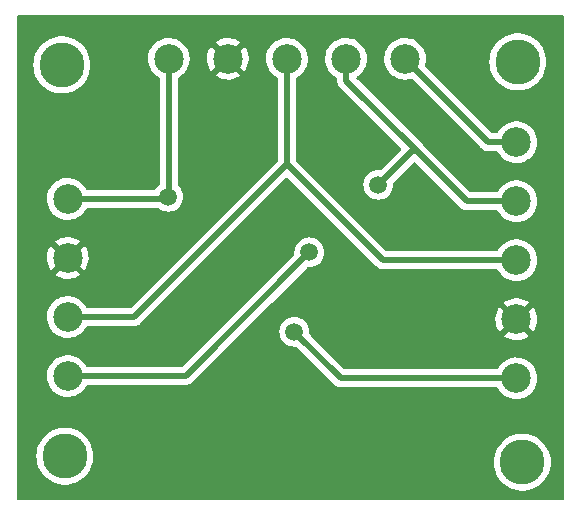
<source format=gbr>
%TF.GenerationSoftware,KiCad,Pcbnew,6.0.2+dfsg-1*%
%TF.CreationDate,2023-04-17T16:54:49+02:00*%
%TF.ProjectId,vl53l0x_conn_PCB,766c3533-6c30-4785-9f63-6f6e6e5f5043,rev?*%
%TF.SameCoordinates,Original*%
%TF.FileFunction,Copper,L2,Bot*%
%TF.FilePolarity,Positive*%
%FSLAX46Y46*%
G04 Gerber Fmt 4.6, Leading zero omitted, Abs format (unit mm)*
G04 Created by KiCad (PCBNEW 6.0.2+dfsg-1) date 2023-04-17 16:54:49*
%MOMM*%
%LPD*%
G01*
G04 APERTURE LIST*
%TA.AperFunction,ComponentPad*%
%ADD10C,2.500000*%
%TD*%
%TA.AperFunction,ComponentPad*%
%ADD11C,3.800000*%
%TD*%
%TA.AperFunction,ViaPad*%
%ADD12C,1.500000*%
%TD*%
%TA.AperFunction,Conductor*%
%ADD13C,0.500000*%
%TD*%
G04 APERTURE END LIST*
D10*
%TO.P,J1,1,Pin_1*%
%TO.N,/XSHUT*%
X68961000Y-31943000D03*
%TO.P,J1,2,Pin_2*%
%TO.N,/SDA*%
X68961000Y-36943000D03*
%TO.P,J1,3,Pin_3*%
%TO.N,/SCL*%
X68961000Y-41943000D03*
%TO.P,J1,4,Pin_4*%
%TO.N,/GND*%
X68961000Y-46943000D03*
%TO.P,J1,5,Pin_5*%
%TO.N,/VCC*%
X68961000Y-51943000D03*
%TD*%
D11*
%TO.P,H3,3*%
%TO.N,N/C*%
X30734000Y-58547000D03*
%TD*%
D10*
%TO.P,J3,1,Pin_1*%
%TO.N,/VCC*%
X30988000Y-36751000D03*
%TO.P,J3,2,Pin_2*%
%TO.N,/GND*%
X30988000Y-41751000D03*
%TO.P,J3,3,Pin_3*%
%TO.N,/SCL*%
X30988000Y-46751000D03*
%TO.P,J3,4,Pin_4*%
%TO.N,/SDA*%
X30988000Y-51751000D03*
%TD*%
D11*
%TO.P,H4,2*%
%TO.N,N/C*%
X69088000Y-25146000D03*
%TD*%
%TO.P,H1,1*%
%TO.N,N/C*%
X30480000Y-25400000D03*
%TD*%
%TO.P,H2,4*%
%TO.N,N/C*%
X69469000Y-59055000D03*
%TD*%
D10*
%TO.P,J2,1,Pin_1*%
%TO.N,/VCC*%
X39545000Y-24892000D03*
%TO.P,J2,2,Pin_2*%
%TO.N,/GND*%
X44545000Y-24892000D03*
%TO.P,J2,3,Pin_3*%
%TO.N,/SCL*%
X49545000Y-24892000D03*
%TO.P,J2,4,Pin_4*%
%TO.N,/SDA*%
X54545000Y-24892000D03*
%TO.P,J2,5,Pin_5*%
%TO.N,/XSHUT*%
X59545000Y-24892000D03*
%TD*%
D12*
%TO.N,/VCC*%
X39497000Y-36576000D03*
X50165000Y-48006000D03*
%TO.N,/SDA*%
X57277000Y-35560000D03*
X51435000Y-41275000D03*
%TD*%
D13*
%TO.N,/VCC*%
X39497000Y-36576000D02*
X39322000Y-36751000D01*
X39322000Y-36751000D02*
X30988000Y-36751000D01*
X39497000Y-36576000D02*
X39545000Y-36528000D01*
X39545000Y-36528000D02*
X39545000Y-24892000D01*
X54102000Y-51943000D02*
X50165000Y-48006000D01*
X68961000Y-51943000D02*
X54102000Y-51943000D01*
%TO.N,/XSHUT*%
X66596000Y-31943000D02*
X59545000Y-24892000D01*
X68961000Y-31943000D02*
X66596000Y-31943000D01*
%TO.N,/SDA*%
X57277000Y-35560000D02*
X60134500Y-32702500D01*
X60134500Y-32702500D02*
X60515500Y-32702500D01*
X54545000Y-26732000D02*
X60515500Y-32702500D01*
X40959000Y-51751000D02*
X51435000Y-41275000D01*
X30988000Y-51751000D02*
X40959000Y-51751000D01*
X64756000Y-36943000D02*
X68961000Y-36943000D01*
X60515500Y-32702500D02*
X64756000Y-36943000D01*
X54545000Y-24892000D02*
X54545000Y-26732000D01*
%TO.N,/SCL*%
X68961000Y-41943000D02*
X57691000Y-41943000D01*
X49545000Y-33797000D02*
X36591000Y-46751000D01*
X57691000Y-41943000D02*
X57531000Y-41783000D01*
X49545000Y-33797000D02*
X49545000Y-24892000D01*
X36591000Y-46751000D02*
X30988000Y-46751000D01*
X57531000Y-41783000D02*
X49545000Y-33797000D01*
%TD*%
%TA.AperFunction,Conductor*%
%TO.N,/GND*%
G36*
X72967121Y-21229002D02*
G01*
X73013614Y-21282658D01*
X73025000Y-21335000D01*
X73025000Y-62104000D01*
X73004998Y-62172121D01*
X72951342Y-62218614D01*
X72899000Y-62230000D01*
X26796000Y-62230000D01*
X26727879Y-62209998D01*
X26681386Y-62156342D01*
X26670000Y-62104000D01*
X26670000Y-58547000D01*
X28320738Y-58547000D01*
X28339767Y-58849462D01*
X28396555Y-59147154D01*
X28490206Y-59435381D01*
X28619242Y-59709598D01*
X28781630Y-59965480D01*
X28974808Y-60198992D01*
X29195729Y-60406450D01*
X29440910Y-60584584D01*
X29706483Y-60730585D01*
X29710152Y-60732038D01*
X29710157Y-60732040D01*
X29984591Y-60840696D01*
X29988261Y-60842149D01*
X30281800Y-60917516D01*
X30582470Y-60955500D01*
X30885530Y-60955500D01*
X31186200Y-60917516D01*
X31479739Y-60842149D01*
X31483409Y-60840696D01*
X31757843Y-60732040D01*
X31757848Y-60732038D01*
X31761517Y-60730585D01*
X32027090Y-60584584D01*
X32272271Y-60406450D01*
X32493192Y-60198992D01*
X32686370Y-59965480D01*
X32848758Y-59709598D01*
X32977794Y-59435381D01*
X33071445Y-59147154D01*
X33089024Y-59055000D01*
X67055738Y-59055000D01*
X67074767Y-59357462D01*
X67131555Y-59655154D01*
X67225206Y-59943381D01*
X67226893Y-59946967D01*
X67226895Y-59946971D01*
X67279864Y-60059536D01*
X67354242Y-60217598D01*
X67516630Y-60473480D01*
X67709808Y-60706992D01*
X67930729Y-60914450D01*
X68175910Y-61092584D01*
X68441483Y-61238585D01*
X68445152Y-61240038D01*
X68445157Y-61240040D01*
X68719591Y-61348696D01*
X68723261Y-61350149D01*
X69016800Y-61425516D01*
X69317470Y-61463500D01*
X69620530Y-61463500D01*
X69921200Y-61425516D01*
X70214739Y-61350149D01*
X70218409Y-61348696D01*
X70492843Y-61240040D01*
X70492848Y-61240038D01*
X70496517Y-61238585D01*
X70762090Y-61092584D01*
X71007271Y-60914450D01*
X71228192Y-60706992D01*
X71421370Y-60473480D01*
X71583758Y-60217598D01*
X71658136Y-60059536D01*
X71711105Y-59946971D01*
X71711107Y-59946967D01*
X71712794Y-59943381D01*
X71806445Y-59655154D01*
X71863233Y-59357462D01*
X71882262Y-59055000D01*
X71863233Y-58752538D01*
X71806445Y-58454846D01*
X71712794Y-58166619D01*
X71583758Y-57892402D01*
X71421370Y-57636520D01*
X71228192Y-57403008D01*
X71007271Y-57195550D01*
X70762090Y-57017416D01*
X70496517Y-56871415D01*
X70492848Y-56869962D01*
X70492843Y-56869960D01*
X70218409Y-56761304D01*
X70218408Y-56761304D01*
X70214739Y-56759851D01*
X69921200Y-56684484D01*
X69620530Y-56646500D01*
X69317470Y-56646500D01*
X69016800Y-56684484D01*
X68723261Y-56759851D01*
X68719592Y-56761304D01*
X68719591Y-56761304D01*
X68445157Y-56869960D01*
X68445152Y-56869962D01*
X68441483Y-56871415D01*
X68175910Y-57017416D01*
X67930729Y-57195550D01*
X67709808Y-57403008D01*
X67516630Y-57636520D01*
X67354242Y-57892402D01*
X67225206Y-58166619D01*
X67131555Y-58454846D01*
X67074767Y-58752538D01*
X67055738Y-59055000D01*
X33089024Y-59055000D01*
X33128233Y-58849462D01*
X33147262Y-58547000D01*
X33128233Y-58244538D01*
X33071445Y-57946846D01*
X32977794Y-57658619D01*
X32965961Y-57633471D01*
X32857513Y-57403008D01*
X32848758Y-57384402D01*
X32686370Y-57128520D01*
X32493192Y-56895008D01*
X32272271Y-56687550D01*
X32027090Y-56509416D01*
X31761517Y-56363415D01*
X31757848Y-56361962D01*
X31757843Y-56361960D01*
X31483409Y-56253304D01*
X31483408Y-56253304D01*
X31479739Y-56251851D01*
X31186200Y-56176484D01*
X30885530Y-56138500D01*
X30582470Y-56138500D01*
X30281800Y-56176484D01*
X29988261Y-56251851D01*
X29984592Y-56253304D01*
X29984591Y-56253304D01*
X29710157Y-56361960D01*
X29710152Y-56361962D01*
X29706483Y-56363415D01*
X29440910Y-56509416D01*
X29195729Y-56687550D01*
X28974808Y-56895008D01*
X28781630Y-57128520D01*
X28619242Y-57384402D01*
X28610487Y-57403008D01*
X28502040Y-57633471D01*
X28490206Y-57658619D01*
X28396555Y-57946846D01*
X28339767Y-58244538D01*
X28320738Y-58547000D01*
X26670000Y-58547000D01*
X26670000Y-51704839D01*
X29225173Y-51704839D01*
X29237713Y-51965908D01*
X29288704Y-52222256D01*
X29377026Y-52468252D01*
X29397189Y-52505778D01*
X29484151Y-52667622D01*
X29500737Y-52698491D01*
X29503532Y-52702234D01*
X29503534Y-52702237D01*
X29654330Y-52904177D01*
X29654335Y-52904183D01*
X29657122Y-52907915D01*
X29660431Y-52911195D01*
X29660436Y-52911201D01*
X29839426Y-53088635D01*
X29842743Y-53091923D01*
X29846505Y-53094681D01*
X29846508Y-53094684D01*
X29986400Y-53197257D01*
X30053524Y-53246474D01*
X30057667Y-53248654D01*
X30057669Y-53248655D01*
X30280684Y-53365989D01*
X30280689Y-53365991D01*
X30284834Y-53368172D01*
X30531590Y-53454344D01*
X30536183Y-53455216D01*
X30783785Y-53502224D01*
X30783788Y-53502224D01*
X30788374Y-53503095D01*
X30918958Y-53508226D01*
X31044875Y-53513174D01*
X31044881Y-53513174D01*
X31049543Y-53513357D01*
X31128977Y-53504657D01*
X31304707Y-53485412D01*
X31304712Y-53485411D01*
X31309360Y-53484902D01*
X31422116Y-53455216D01*
X31557594Y-53419548D01*
X31557596Y-53419547D01*
X31562117Y-53418357D01*
X31802262Y-53315182D01*
X32024519Y-53177646D01*
X32028082Y-53174629D01*
X32028087Y-53174626D01*
X32220439Y-53011787D01*
X32220440Y-53011786D01*
X32224005Y-53008768D01*
X32324446Y-52894237D01*
X32393257Y-52815774D01*
X32393261Y-52815769D01*
X32396339Y-52812259D01*
X32414235Y-52784437D01*
X32535208Y-52596363D01*
X32535210Y-52596360D01*
X32537733Y-52592437D01*
X32541646Y-52583751D01*
X32587859Y-52529856D01*
X32656528Y-52509500D01*
X40891930Y-52509500D01*
X40910880Y-52510933D01*
X40925115Y-52513099D01*
X40925119Y-52513099D01*
X40932349Y-52514199D01*
X40939641Y-52513606D01*
X40939644Y-52513606D01*
X40985018Y-52509915D01*
X40995233Y-52509500D01*
X41003293Y-52509500D01*
X41016583Y-52507951D01*
X41031507Y-52506211D01*
X41035882Y-52505778D01*
X41101339Y-52500454D01*
X41101342Y-52500453D01*
X41108637Y-52499860D01*
X41115601Y-52497604D01*
X41121560Y-52496413D01*
X41127415Y-52495029D01*
X41134681Y-52494182D01*
X41203327Y-52469265D01*
X41207455Y-52467848D01*
X41269936Y-52447607D01*
X41269938Y-52447606D01*
X41276899Y-52445351D01*
X41283154Y-52441555D01*
X41288628Y-52439049D01*
X41294058Y-52436330D01*
X41300937Y-52433833D01*
X41361976Y-52393814D01*
X41365680Y-52391477D01*
X41428107Y-52353595D01*
X41436484Y-52346197D01*
X41436508Y-52346224D01*
X41439500Y-52343571D01*
X41442733Y-52340868D01*
X41448852Y-52336856D01*
X41502128Y-52280617D01*
X41504506Y-52278175D01*
X45776681Y-48006000D01*
X48901693Y-48006000D01*
X48920885Y-48225371D01*
X48977880Y-48438076D01*
X49010758Y-48508583D01*
X49068618Y-48632666D01*
X49068621Y-48632671D01*
X49070944Y-48637653D01*
X49074100Y-48642160D01*
X49074101Y-48642162D01*
X49117644Y-48704347D01*
X49197251Y-48818038D01*
X49352962Y-48973749D01*
X49533346Y-49100056D01*
X49732924Y-49193120D01*
X49945629Y-49250115D01*
X50165000Y-49269307D01*
X50170475Y-49268828D01*
X50170476Y-49268828D01*
X50281761Y-49259092D01*
X50351365Y-49273081D01*
X50381837Y-49295518D01*
X53518230Y-52431911D01*
X53530616Y-52446323D01*
X53539149Y-52457918D01*
X53539154Y-52457923D01*
X53543492Y-52463818D01*
X53549070Y-52468557D01*
X53549073Y-52468560D01*
X53583768Y-52498035D01*
X53591284Y-52504965D01*
X53596980Y-52510661D01*
X53599841Y-52512924D01*
X53599846Y-52512929D01*
X53619266Y-52528293D01*
X53622667Y-52531082D01*
X53678285Y-52578333D01*
X53684798Y-52581659D01*
X53689837Y-52585020D01*
X53694979Y-52588196D01*
X53700716Y-52592734D01*
X53766875Y-52623655D01*
X53770769Y-52625558D01*
X53835808Y-52658769D01*
X53842917Y-52660508D01*
X53848551Y-52662604D01*
X53854321Y-52664523D01*
X53860950Y-52667622D01*
X53868113Y-52669112D01*
X53868116Y-52669113D01*
X53918830Y-52679661D01*
X53932435Y-52682491D01*
X53936701Y-52683457D01*
X54007610Y-52700808D01*
X54013212Y-52701156D01*
X54013215Y-52701156D01*
X54018764Y-52701500D01*
X54018762Y-52701535D01*
X54022734Y-52701775D01*
X54026955Y-52702152D01*
X54034115Y-52703641D01*
X54111542Y-52701546D01*
X54114950Y-52701500D01*
X67296854Y-52701500D01*
X67364975Y-52721502D01*
X67407846Y-52767862D01*
X67473737Y-52890491D01*
X67476532Y-52894234D01*
X67476534Y-52894237D01*
X67627330Y-53096177D01*
X67627335Y-53096183D01*
X67630122Y-53099915D01*
X67633431Y-53103195D01*
X67633436Y-53103201D01*
X67780166Y-53248655D01*
X67815743Y-53283923D01*
X67819505Y-53286681D01*
X67819508Y-53286684D01*
X67996570Y-53416511D01*
X68026524Y-53438474D01*
X68030667Y-53440654D01*
X68030669Y-53440655D01*
X68253684Y-53557989D01*
X68253689Y-53557991D01*
X68257834Y-53560172D01*
X68504590Y-53646344D01*
X68509183Y-53647216D01*
X68756785Y-53694224D01*
X68756788Y-53694224D01*
X68761374Y-53695095D01*
X68891958Y-53700226D01*
X69017875Y-53705174D01*
X69017881Y-53705174D01*
X69022543Y-53705357D01*
X69101977Y-53696657D01*
X69277707Y-53677412D01*
X69277712Y-53677411D01*
X69282360Y-53676902D01*
X69395116Y-53647216D01*
X69530594Y-53611548D01*
X69530596Y-53611547D01*
X69535117Y-53610357D01*
X69775262Y-53507182D01*
X69918803Y-53418357D01*
X69993547Y-53372104D01*
X69993548Y-53372104D01*
X69997519Y-53369646D01*
X70001082Y-53366629D01*
X70001087Y-53366626D01*
X70193439Y-53203787D01*
X70193440Y-53203786D01*
X70197005Y-53200768D01*
X70288729Y-53096177D01*
X70366257Y-53007774D01*
X70366261Y-53007769D01*
X70369339Y-53004259D01*
X70510733Y-52784437D01*
X70618083Y-52546129D01*
X70622327Y-52531082D01*
X70687760Y-52299076D01*
X70687761Y-52299073D01*
X70689030Y-52294572D01*
X70722014Y-52035291D01*
X70724431Y-51943000D01*
X70707080Y-51709511D01*
X70705407Y-51687000D01*
X70705406Y-51686996D01*
X70705061Y-51682348D01*
X70647377Y-51427423D01*
X70552647Y-51183823D01*
X70422951Y-50956902D01*
X70261138Y-50751643D01*
X70070763Y-50572557D01*
X69856009Y-50423576D01*
X69851816Y-50421508D01*
X69625781Y-50310040D01*
X69625778Y-50310039D01*
X69621593Y-50307975D01*
X69575449Y-50293204D01*
X69377123Y-50229720D01*
X69372665Y-50228293D01*
X69114693Y-50186279D01*
X69000942Y-50184790D01*
X68858022Y-50182919D01*
X68858019Y-50182919D01*
X68853345Y-50182858D01*
X68594362Y-50218104D01*
X68589876Y-50219412D01*
X68589874Y-50219412D01*
X68538998Y-50234241D01*
X68343433Y-50291243D01*
X68339180Y-50293203D01*
X68339179Y-50293204D01*
X68302659Y-50310040D01*
X68106072Y-50400668D01*
X68067067Y-50426241D01*
X67891404Y-50541410D01*
X67891399Y-50541414D01*
X67887491Y-50543976D01*
X67692494Y-50718018D01*
X67525363Y-50918970D01*
X67492882Y-50972498D01*
X67401030Y-51123865D01*
X67348591Y-51171726D01*
X67293311Y-51184500D01*
X54468371Y-51184500D01*
X54400250Y-51164498D01*
X54379276Y-51147595D01*
X51583814Y-48352133D01*
X67916612Y-48352133D01*
X67925325Y-48363653D01*
X68023018Y-48435284D01*
X68030928Y-48440227D01*
X68253890Y-48557533D01*
X68262453Y-48561256D01*
X68500304Y-48644318D01*
X68509313Y-48646732D01*
X68756842Y-48693727D01*
X68766098Y-48694781D01*
X69017857Y-48704673D01*
X69027171Y-48704347D01*
X69277615Y-48676920D01*
X69286792Y-48675219D01*
X69530431Y-48611074D01*
X69539251Y-48608037D01*
X69770736Y-48508583D01*
X69779008Y-48504276D01*
X69993249Y-48371700D01*
X70000188Y-48366658D01*
X70008518Y-48354019D01*
X70002456Y-48343666D01*
X68973812Y-47315022D01*
X68959868Y-47307408D01*
X68958035Y-47307539D01*
X68951420Y-47311790D01*
X67923270Y-48339940D01*
X67916612Y-48352133D01*
X51583814Y-48352133D01*
X51454518Y-48222837D01*
X51420492Y-48160525D01*
X51418092Y-48122761D01*
X51427828Y-48011476D01*
X51427828Y-48011475D01*
X51428307Y-48006000D01*
X51409115Y-47786629D01*
X51352120Y-47573924D01*
X51302972Y-47468526D01*
X51261382Y-47379334D01*
X51261379Y-47379329D01*
X51259056Y-47374347D01*
X51246563Y-47356505D01*
X51135908Y-47198473D01*
X51135906Y-47198470D01*
X51132749Y-47193962D01*
X50977038Y-47038251D01*
X50796654Y-46911944D01*
X50774306Y-46901523D01*
X67198898Y-46901523D01*
X67210987Y-47153175D01*
X67212124Y-47162435D01*
X67261274Y-47409535D01*
X67263768Y-47418528D01*
X67348900Y-47655639D01*
X67352700Y-47664174D01*
X67471946Y-47886101D01*
X67476957Y-47893968D01*
X67540446Y-47978990D01*
X67551704Y-47987439D01*
X67564123Y-47980667D01*
X68588978Y-46955812D01*
X68595356Y-46944132D01*
X69325408Y-46944132D01*
X69325539Y-46945965D01*
X69329790Y-46952580D01*
X70360913Y-47983703D01*
X70373293Y-47990463D01*
X70381634Y-47984219D01*
X70507765Y-47788127D01*
X70512212Y-47779936D01*
X70615691Y-47550222D01*
X70618882Y-47541455D01*
X70687269Y-47298976D01*
X70689129Y-47289834D01*
X70721116Y-47038396D01*
X70721597Y-47032108D01*
X70723847Y-46946160D01*
X70723696Y-46939851D01*
X70704912Y-46687074D01*
X70703536Y-46677868D01*
X70647929Y-46432126D01*
X70645205Y-46423215D01*
X70553888Y-46188392D01*
X70549877Y-46179983D01*
X70424854Y-45961240D01*
X70419643Y-45953514D01*
X70382391Y-45906261D01*
X70370466Y-45897790D01*
X70358934Y-45904276D01*
X69333022Y-46930188D01*
X69325408Y-46944132D01*
X68595356Y-46944132D01*
X68596592Y-46941868D01*
X68596461Y-46940035D01*
X68592210Y-46933420D01*
X67562321Y-45903531D01*
X67549013Y-45896264D01*
X67538974Y-45903386D01*
X67528761Y-45915666D01*
X67523346Y-45923258D01*
X67392646Y-46138646D01*
X67388408Y-46146963D01*
X67290981Y-46379299D01*
X67288020Y-46388149D01*
X67226006Y-46632331D01*
X67224384Y-46641528D01*
X67199143Y-46892198D01*
X67198898Y-46901523D01*
X50774306Y-46901523D01*
X50597076Y-46818880D01*
X50384371Y-46761885D01*
X50165000Y-46742693D01*
X49945629Y-46761885D01*
X49732924Y-46818880D01*
X49639562Y-46862415D01*
X49538334Y-46909618D01*
X49538329Y-46909621D01*
X49533347Y-46911944D01*
X49528840Y-46915100D01*
X49528838Y-46915101D01*
X49357473Y-47035092D01*
X49357470Y-47035094D01*
X49352962Y-47038251D01*
X49197251Y-47193962D01*
X49194094Y-47198470D01*
X49194092Y-47198473D01*
X49083437Y-47356505D01*
X49070944Y-47374347D01*
X49068621Y-47379329D01*
X49068618Y-47379334D01*
X49027028Y-47468526D01*
X48977880Y-47573924D01*
X48920885Y-47786629D01*
X48901693Y-48006000D01*
X45776681Y-48006000D01*
X48250878Y-45531803D01*
X67914216Y-45531803D01*
X67918789Y-45541579D01*
X68948188Y-46570978D01*
X68962132Y-46578592D01*
X68963965Y-46578461D01*
X68970580Y-46574210D01*
X69999419Y-45545371D01*
X70005803Y-45533681D01*
X69996391Y-45521570D01*
X69859593Y-45426670D01*
X69851565Y-45421942D01*
X69625593Y-45310505D01*
X69616960Y-45307017D01*
X69376998Y-45230205D01*
X69367938Y-45228029D01*
X69119260Y-45187529D01*
X69109973Y-45186717D01*
X68858053Y-45183419D01*
X68848742Y-45183989D01*
X68599097Y-45217964D01*
X68589978Y-45219902D01*
X68348098Y-45290404D01*
X68339367Y-45293667D01*
X68110558Y-45399151D01*
X68102406Y-45403670D01*
X67923353Y-45521062D01*
X67914216Y-45531803D01*
X48250878Y-45531803D01*
X51218163Y-42564518D01*
X51280475Y-42530492D01*
X51318239Y-42528092D01*
X51429524Y-42537828D01*
X51429525Y-42537828D01*
X51435000Y-42538307D01*
X51654371Y-42519115D01*
X51867076Y-42462120D01*
X52066654Y-42369056D01*
X52247038Y-42242749D01*
X52402749Y-42087038D01*
X52484396Y-41970435D01*
X52525899Y-41911162D01*
X52525900Y-41911160D01*
X52529056Y-41906653D01*
X52531379Y-41901671D01*
X52531382Y-41901666D01*
X52578585Y-41800438D01*
X52622120Y-41707076D01*
X52679115Y-41494371D01*
X52698307Y-41275000D01*
X52679115Y-41055629D01*
X52622120Y-40842924D01*
X52578063Y-40748443D01*
X52531382Y-40648334D01*
X52531379Y-40648329D01*
X52529056Y-40643347D01*
X52481733Y-40575763D01*
X52405908Y-40467473D01*
X52405906Y-40467470D01*
X52402749Y-40462962D01*
X52247038Y-40307251D01*
X52224177Y-40291243D01*
X52134275Y-40228293D01*
X52066654Y-40180944D01*
X51867076Y-40087880D01*
X51654371Y-40030885D01*
X51435000Y-40011693D01*
X51215629Y-40030885D01*
X51002924Y-40087880D01*
X50909562Y-40131415D01*
X50808334Y-40178618D01*
X50808329Y-40178621D01*
X50803347Y-40180944D01*
X50798840Y-40184100D01*
X50798838Y-40184101D01*
X50627473Y-40304092D01*
X50627470Y-40304094D01*
X50622962Y-40307251D01*
X50467251Y-40462962D01*
X50464094Y-40467470D01*
X50464092Y-40467473D01*
X50388267Y-40575763D01*
X50340944Y-40643347D01*
X50338621Y-40648329D01*
X50338618Y-40648334D01*
X50291937Y-40748443D01*
X50247880Y-40842924D01*
X50190885Y-41055629D01*
X50171693Y-41275000D01*
X50172172Y-41280475D01*
X50172172Y-41280476D01*
X50181908Y-41391761D01*
X50167919Y-41461365D01*
X50145482Y-41491837D01*
X40681724Y-50955595D01*
X40619412Y-50989621D01*
X40592629Y-50992500D01*
X32653147Y-50992500D01*
X32585026Y-50972498D01*
X32543754Y-50929023D01*
X32452270Y-50768960D01*
X32449951Y-50764902D01*
X32288138Y-50559643D01*
X32097763Y-50380557D01*
X31883009Y-50231576D01*
X31858343Y-50219412D01*
X31652781Y-50118040D01*
X31652778Y-50118039D01*
X31648593Y-50115975D01*
X31602449Y-50101204D01*
X31404123Y-50037720D01*
X31399665Y-50036293D01*
X31141693Y-49994279D01*
X31027942Y-49992790D01*
X30885022Y-49990919D01*
X30885019Y-49990919D01*
X30880345Y-49990858D01*
X30621362Y-50026104D01*
X30370433Y-50099243D01*
X30366180Y-50101203D01*
X30366179Y-50101204D01*
X30329659Y-50118040D01*
X30133072Y-50208668D01*
X30094067Y-50234241D01*
X29918404Y-50349410D01*
X29918399Y-50349414D01*
X29914491Y-50351976D01*
X29719494Y-50526018D01*
X29552363Y-50726970D01*
X29549934Y-50730973D01*
X29433426Y-50922973D01*
X29416771Y-50950419D01*
X29315697Y-51191455D01*
X29251359Y-51444783D01*
X29225173Y-51704839D01*
X26670000Y-51704839D01*
X26670000Y-46704839D01*
X29225173Y-46704839D01*
X29237713Y-46965908D01*
X29288704Y-47222256D01*
X29377026Y-47468252D01*
X29394329Y-47500454D01*
X29443753Y-47592437D01*
X29500737Y-47698491D01*
X29503532Y-47702234D01*
X29503534Y-47702237D01*
X29654330Y-47904177D01*
X29654335Y-47904183D01*
X29657122Y-47907915D01*
X29660431Y-47911195D01*
X29660436Y-47911201D01*
X29839426Y-48088635D01*
X29842743Y-48091923D01*
X29846505Y-48094681D01*
X29846508Y-48094684D01*
X29964624Y-48181290D01*
X30053524Y-48246474D01*
X30057667Y-48248654D01*
X30057669Y-48248655D01*
X30280684Y-48365989D01*
X30280689Y-48365991D01*
X30284834Y-48368172D01*
X30294937Y-48371700D01*
X30491166Y-48440227D01*
X30531590Y-48454344D01*
X30536183Y-48455216D01*
X30783785Y-48502224D01*
X30783788Y-48502224D01*
X30788374Y-48503095D01*
X30918958Y-48508226D01*
X31044875Y-48513174D01*
X31044881Y-48513174D01*
X31049543Y-48513357D01*
X31132460Y-48504276D01*
X31304707Y-48485412D01*
X31304712Y-48485411D01*
X31309360Y-48484902D01*
X31422116Y-48455216D01*
X31557594Y-48419548D01*
X31557596Y-48419547D01*
X31562117Y-48418357D01*
X31802262Y-48315182D01*
X32024519Y-48177646D01*
X32028082Y-48174629D01*
X32028087Y-48174626D01*
X32220439Y-48011787D01*
X32220440Y-48011786D01*
X32224005Y-48008768D01*
X32324682Y-47893968D01*
X32393257Y-47815774D01*
X32393261Y-47815769D01*
X32396339Y-47812259D01*
X32417130Y-47779936D01*
X32535208Y-47596363D01*
X32535210Y-47596360D01*
X32537733Y-47592437D01*
X32541646Y-47583751D01*
X32587859Y-47529856D01*
X32656528Y-47509500D01*
X36523930Y-47509500D01*
X36542880Y-47510933D01*
X36557115Y-47513099D01*
X36557119Y-47513099D01*
X36564349Y-47514199D01*
X36571641Y-47513606D01*
X36571644Y-47513606D01*
X36617018Y-47509915D01*
X36627233Y-47509500D01*
X36635293Y-47509500D01*
X36648583Y-47507951D01*
X36663507Y-47506211D01*
X36667882Y-47505778D01*
X36733339Y-47500454D01*
X36733342Y-47500453D01*
X36740637Y-47499860D01*
X36747601Y-47497604D01*
X36753560Y-47496413D01*
X36759415Y-47495029D01*
X36766681Y-47494182D01*
X36835327Y-47469265D01*
X36839455Y-47467848D01*
X36901936Y-47447607D01*
X36901938Y-47447606D01*
X36908899Y-47445351D01*
X36915154Y-47441555D01*
X36920628Y-47439049D01*
X36926058Y-47436330D01*
X36932937Y-47433833D01*
X36956281Y-47418528D01*
X36993976Y-47393814D01*
X36997680Y-47391477D01*
X37060107Y-47353595D01*
X37068484Y-47346197D01*
X37068508Y-47346224D01*
X37071500Y-47343571D01*
X37074733Y-47340868D01*
X37080852Y-47336856D01*
X37134128Y-47280617D01*
X37136506Y-47278175D01*
X49455905Y-34958776D01*
X49518217Y-34924750D01*
X49589032Y-34929815D01*
X49634095Y-34958776D01*
X57107230Y-42431911D01*
X57119616Y-42446323D01*
X57128149Y-42457918D01*
X57128154Y-42457923D01*
X57132492Y-42463818D01*
X57138070Y-42468557D01*
X57138073Y-42468560D01*
X57172768Y-42498035D01*
X57180284Y-42504965D01*
X57185979Y-42510660D01*
X57188861Y-42512940D01*
X57208251Y-42528281D01*
X57211655Y-42531072D01*
X57261703Y-42573591D01*
X57267285Y-42578333D01*
X57273801Y-42581661D01*
X57278850Y-42585028D01*
X57283979Y-42588195D01*
X57289716Y-42592734D01*
X57355875Y-42623655D01*
X57359769Y-42625558D01*
X57424808Y-42658769D01*
X57431916Y-42660508D01*
X57437559Y-42662607D01*
X57443322Y-42664524D01*
X57449950Y-42667622D01*
X57457112Y-42669112D01*
X57457113Y-42669112D01*
X57521412Y-42682486D01*
X57525696Y-42683456D01*
X57596610Y-42700808D01*
X57602212Y-42701156D01*
X57602215Y-42701156D01*
X57607764Y-42701500D01*
X57607762Y-42701536D01*
X57611755Y-42701775D01*
X57615947Y-42702149D01*
X57623115Y-42703640D01*
X57700520Y-42701546D01*
X57703928Y-42701500D01*
X67296854Y-42701500D01*
X67364975Y-42721502D01*
X67407846Y-42767862D01*
X67420934Y-42792219D01*
X67473737Y-42890491D01*
X67476532Y-42894234D01*
X67476534Y-42894237D01*
X67627330Y-43096177D01*
X67627335Y-43096183D01*
X67630122Y-43099915D01*
X67633431Y-43103195D01*
X67633436Y-43103201D01*
X67779734Y-43248227D01*
X67815743Y-43283923D01*
X67819505Y-43286681D01*
X67819508Y-43286684D01*
X68022750Y-43435707D01*
X68026524Y-43438474D01*
X68030667Y-43440654D01*
X68030669Y-43440655D01*
X68253684Y-43557989D01*
X68253689Y-43557991D01*
X68257834Y-43560172D01*
X68504590Y-43646344D01*
X68509183Y-43647216D01*
X68756785Y-43694224D01*
X68756788Y-43694224D01*
X68761374Y-43695095D01*
X68891959Y-43700226D01*
X69017875Y-43705174D01*
X69017881Y-43705174D01*
X69022543Y-43705357D01*
X69101977Y-43696657D01*
X69277707Y-43677412D01*
X69277712Y-43677411D01*
X69282360Y-43676902D01*
X69395116Y-43647216D01*
X69530594Y-43611548D01*
X69530596Y-43611547D01*
X69535117Y-43610357D01*
X69775262Y-43507182D01*
X69997519Y-43369646D01*
X70001082Y-43366629D01*
X70001087Y-43366626D01*
X70193439Y-43203787D01*
X70193440Y-43203786D01*
X70197005Y-43200768D01*
X70288729Y-43096177D01*
X70366257Y-43007774D01*
X70366261Y-43007769D01*
X70369339Y-43004259D01*
X70510733Y-42784437D01*
X70618083Y-42546129D01*
X70642961Y-42457918D01*
X70687760Y-42299076D01*
X70687761Y-42299073D01*
X70689030Y-42294572D01*
X70698830Y-42217535D01*
X70721616Y-42038421D01*
X70721616Y-42038417D01*
X70722014Y-42035291D01*
X70724431Y-41943000D01*
X70710079Y-41749868D01*
X70705407Y-41687000D01*
X70705406Y-41686996D01*
X70705061Y-41682348D01*
X70647377Y-41427423D01*
X70590233Y-41280475D01*
X70554340Y-41188176D01*
X70554339Y-41188173D01*
X70552647Y-41183823D01*
X70422951Y-40956902D01*
X70261138Y-40751643D01*
X70070763Y-40572557D01*
X69856009Y-40423576D01*
X69851816Y-40421508D01*
X69625781Y-40310040D01*
X69625778Y-40310039D01*
X69621593Y-40307975D01*
X69609463Y-40304092D01*
X69377123Y-40229720D01*
X69372665Y-40228293D01*
X69114693Y-40186279D01*
X69000942Y-40184790D01*
X68858022Y-40182919D01*
X68858019Y-40182919D01*
X68853345Y-40182858D01*
X68594362Y-40218104D01*
X68589876Y-40219412D01*
X68589874Y-40219412D01*
X68522336Y-40239098D01*
X68343433Y-40291243D01*
X68339180Y-40293203D01*
X68339179Y-40293204D01*
X68302659Y-40310040D01*
X68106072Y-40400668D01*
X68067067Y-40426241D01*
X67891404Y-40541410D01*
X67891399Y-40541414D01*
X67887491Y-40543976D01*
X67776156Y-40643347D01*
X67699925Y-40711386D01*
X67692494Y-40718018D01*
X67525363Y-40918970D01*
X67442437Y-41055629D01*
X67401030Y-41123865D01*
X67348591Y-41171726D01*
X67293311Y-41184500D01*
X58057371Y-41184500D01*
X57989250Y-41164498D01*
X57968276Y-41147595D01*
X50340405Y-33519724D01*
X50306379Y-33457412D01*
X50303500Y-33430629D01*
X50303500Y-26560892D01*
X50323502Y-26492771D01*
X50363197Y-26453747D01*
X50577547Y-26321104D01*
X50577548Y-26321104D01*
X50581519Y-26318646D01*
X50585082Y-26315629D01*
X50585087Y-26315626D01*
X50777439Y-26152787D01*
X50777440Y-26152786D01*
X50781005Y-26149768D01*
X50872729Y-26045177D01*
X50950257Y-25956774D01*
X50950261Y-25956769D01*
X50953339Y-25953259D01*
X51094733Y-25733437D01*
X51202083Y-25495129D01*
X51240607Y-25358535D01*
X51271760Y-25248076D01*
X51271761Y-25248073D01*
X51273030Y-25243572D01*
X51284939Y-25149958D01*
X51305616Y-24987421D01*
X51305616Y-24987417D01*
X51306014Y-24984291D01*
X51306098Y-24981108D01*
X51308348Y-24895160D01*
X51308431Y-24892000D01*
X51305001Y-24845839D01*
X52782173Y-24845839D01*
X52782397Y-24850505D01*
X52782397Y-24850511D01*
X52788443Y-24976373D01*
X52794713Y-25106908D01*
X52845704Y-25363256D01*
X52934026Y-25609252D01*
X52936242Y-25613376D01*
X53007586Y-25746154D01*
X53057737Y-25839491D01*
X53060532Y-25843234D01*
X53060534Y-25843237D01*
X53211330Y-26045177D01*
X53211335Y-26045183D01*
X53214122Y-26048915D01*
X53217431Y-26052195D01*
X53217436Y-26052201D01*
X53396426Y-26229635D01*
X53399743Y-26232923D01*
X53403505Y-26235681D01*
X53403508Y-26235684D01*
X53520016Y-26321111D01*
X53610524Y-26387474D01*
X53614657Y-26389648D01*
X53614661Y-26389651D01*
X53719168Y-26444635D01*
X53770140Y-26494054D01*
X53786500Y-26556143D01*
X53786500Y-26664930D01*
X53785067Y-26683880D01*
X53781801Y-26705349D01*
X53782394Y-26712641D01*
X53782394Y-26712644D01*
X53786085Y-26758018D01*
X53786500Y-26768233D01*
X53786500Y-26776293D01*
X53786925Y-26779937D01*
X53789789Y-26804507D01*
X53790222Y-26808882D01*
X53796140Y-26881637D01*
X53798396Y-26888601D01*
X53799587Y-26894560D01*
X53800971Y-26900415D01*
X53801818Y-26907681D01*
X53826735Y-26976327D01*
X53828152Y-26980455D01*
X53837004Y-27007778D01*
X53850649Y-27049899D01*
X53854445Y-27056154D01*
X53856951Y-27061628D01*
X53859670Y-27067058D01*
X53862167Y-27073937D01*
X53866180Y-27080057D01*
X53866180Y-27080058D01*
X53902186Y-27134976D01*
X53904523Y-27138680D01*
X53942405Y-27201107D01*
X53946121Y-27205315D01*
X53946122Y-27205316D01*
X53949803Y-27209484D01*
X53949776Y-27209508D01*
X53952429Y-27212500D01*
X53955132Y-27215733D01*
X53959144Y-27221852D01*
X53964456Y-27226884D01*
X54015383Y-27275128D01*
X54017825Y-27277506D01*
X59163224Y-32422905D01*
X59197250Y-32485217D01*
X59192185Y-32556032D01*
X59163224Y-32601095D01*
X57493837Y-34270482D01*
X57431525Y-34304508D01*
X57393761Y-34306908D01*
X57282476Y-34297172D01*
X57282475Y-34297172D01*
X57277000Y-34296693D01*
X57057629Y-34315885D01*
X56844924Y-34372880D01*
X56751562Y-34416415D01*
X56650334Y-34463618D01*
X56650329Y-34463621D01*
X56645347Y-34465944D01*
X56640840Y-34469100D01*
X56640838Y-34469101D01*
X56469473Y-34589092D01*
X56469470Y-34589094D01*
X56464962Y-34592251D01*
X56309251Y-34747962D01*
X56182944Y-34928347D01*
X56180621Y-34933329D01*
X56180618Y-34933334D01*
X56153795Y-34990858D01*
X56089880Y-35127924D01*
X56032885Y-35340629D01*
X56013693Y-35560000D01*
X56032885Y-35779371D01*
X56089880Y-35992076D01*
X56092205Y-35997061D01*
X56180618Y-36186666D01*
X56180621Y-36186671D01*
X56182944Y-36191653D01*
X56186100Y-36196160D01*
X56186101Y-36196162D01*
X56302297Y-36362106D01*
X56309251Y-36372038D01*
X56464962Y-36527749D01*
X56645346Y-36654056D01*
X56844924Y-36747120D01*
X57057629Y-36804115D01*
X57277000Y-36823307D01*
X57496371Y-36804115D01*
X57709076Y-36747120D01*
X57908654Y-36654056D01*
X58089038Y-36527749D01*
X58244749Y-36372038D01*
X58251704Y-36362106D01*
X58367899Y-36196162D01*
X58367900Y-36196160D01*
X58371056Y-36191653D01*
X58373379Y-36186671D01*
X58373382Y-36186666D01*
X58461795Y-35997061D01*
X58464120Y-35992076D01*
X58521115Y-35779371D01*
X58540307Y-35560000D01*
X58538681Y-35541410D01*
X58530092Y-35443239D01*
X58544081Y-35373635D01*
X58566518Y-35343163D01*
X60235905Y-33673776D01*
X60298217Y-33639750D01*
X60369032Y-33644815D01*
X60414095Y-33673776D01*
X64172230Y-37431911D01*
X64184616Y-37446323D01*
X64193149Y-37457918D01*
X64193154Y-37457923D01*
X64197492Y-37463818D01*
X64203070Y-37468557D01*
X64203073Y-37468560D01*
X64237768Y-37498035D01*
X64245284Y-37504965D01*
X64250980Y-37510661D01*
X64253841Y-37512924D01*
X64253846Y-37512929D01*
X64273256Y-37528285D01*
X64276658Y-37531074D01*
X64332285Y-37578333D01*
X64338802Y-37581661D01*
X64343850Y-37585027D01*
X64348972Y-37588190D01*
X64354716Y-37592735D01*
X64420895Y-37623664D01*
X64424779Y-37625563D01*
X64489808Y-37658769D01*
X64496923Y-37660510D01*
X64502578Y-37662613D01*
X64508317Y-37664522D01*
X64514950Y-37667622D01*
X64586435Y-37682491D01*
X64590701Y-37683457D01*
X64661610Y-37700808D01*
X64667212Y-37701156D01*
X64667215Y-37701156D01*
X64672764Y-37701500D01*
X64672762Y-37701535D01*
X64676734Y-37701775D01*
X64680955Y-37702152D01*
X64688115Y-37703641D01*
X64765542Y-37701546D01*
X64768950Y-37701500D01*
X67296854Y-37701500D01*
X67364975Y-37721502D01*
X67407846Y-37767862D01*
X67473737Y-37890491D01*
X67476532Y-37894234D01*
X67476534Y-37894237D01*
X67627330Y-38096177D01*
X67627335Y-38096183D01*
X67630122Y-38099915D01*
X67633431Y-38103195D01*
X67633436Y-38103201D01*
X67780166Y-38248655D01*
X67815743Y-38283923D01*
X67819505Y-38286681D01*
X67819508Y-38286684D01*
X67996570Y-38416511D01*
X68026524Y-38438474D01*
X68030667Y-38440654D01*
X68030669Y-38440655D01*
X68253684Y-38557989D01*
X68253689Y-38557991D01*
X68257834Y-38560172D01*
X68504590Y-38646344D01*
X68509183Y-38647216D01*
X68756785Y-38694224D01*
X68756788Y-38694224D01*
X68761374Y-38695095D01*
X68891959Y-38700226D01*
X69017875Y-38705174D01*
X69017881Y-38705174D01*
X69022543Y-38705357D01*
X69101977Y-38696657D01*
X69277707Y-38677412D01*
X69277712Y-38677411D01*
X69282360Y-38676902D01*
X69395116Y-38647216D01*
X69530594Y-38611548D01*
X69530596Y-38611547D01*
X69535117Y-38610357D01*
X69775262Y-38507182D01*
X69918803Y-38418357D01*
X69993547Y-38372104D01*
X69993548Y-38372104D01*
X69997519Y-38369646D01*
X70001082Y-38366629D01*
X70001087Y-38366626D01*
X70193439Y-38203787D01*
X70193440Y-38203786D01*
X70197005Y-38200768D01*
X70288729Y-38096177D01*
X70366257Y-38007774D01*
X70366261Y-38007769D01*
X70369339Y-38004259D01*
X70510733Y-37784437D01*
X70618083Y-37546129D01*
X70622329Y-37531074D01*
X70687760Y-37299076D01*
X70687761Y-37299073D01*
X70689030Y-37294572D01*
X70722014Y-37035291D01*
X70724431Y-36943000D01*
X70709980Y-36748543D01*
X70705407Y-36687000D01*
X70705406Y-36686996D01*
X70705061Y-36682348D01*
X70699186Y-36656381D01*
X70661853Y-36491399D01*
X70647377Y-36427423D01*
X70617782Y-36351319D01*
X70554340Y-36188176D01*
X70554339Y-36188173D01*
X70552647Y-36183823D01*
X70422951Y-35956902D01*
X70261138Y-35751643D01*
X70070763Y-35572557D01*
X69856009Y-35423576D01*
X69851816Y-35421508D01*
X69625781Y-35310040D01*
X69625778Y-35310039D01*
X69621593Y-35307975D01*
X69575449Y-35293204D01*
X69377123Y-35229720D01*
X69372665Y-35228293D01*
X69114693Y-35186279D01*
X69000942Y-35184790D01*
X68858022Y-35182919D01*
X68858019Y-35182919D01*
X68853345Y-35182858D01*
X68594362Y-35218104D01*
X68589876Y-35219412D01*
X68589874Y-35219412D01*
X68538998Y-35234241D01*
X68343433Y-35291243D01*
X68339180Y-35293203D01*
X68339179Y-35293204D01*
X68302659Y-35310040D01*
X68106072Y-35400668D01*
X68067067Y-35426241D01*
X67891404Y-35541410D01*
X67891399Y-35541414D01*
X67887491Y-35543976D01*
X67692494Y-35718018D01*
X67525363Y-35918970D01*
X67492882Y-35972498D01*
X67401030Y-36123865D01*
X67348591Y-36171726D01*
X67293311Y-36184500D01*
X65122371Y-36184500D01*
X65054250Y-36164498D01*
X65033276Y-36147595D01*
X61099270Y-32213589D01*
X61086884Y-32199177D01*
X61078351Y-32187582D01*
X61078346Y-32187577D01*
X61074008Y-32181682D01*
X61068430Y-32176943D01*
X61068427Y-32176940D01*
X61033732Y-32147465D01*
X61026216Y-32140535D01*
X55461026Y-26575345D01*
X55427000Y-26513033D01*
X55432065Y-26442218D01*
X55474612Y-26385382D01*
X55483818Y-26379106D01*
X55577538Y-26321111D01*
X55577552Y-26321101D01*
X55581519Y-26318646D01*
X55585082Y-26315629D01*
X55585087Y-26315626D01*
X55777439Y-26152787D01*
X55777440Y-26152786D01*
X55781005Y-26149768D01*
X55872729Y-26045177D01*
X55950257Y-25956774D01*
X55950261Y-25956769D01*
X55953339Y-25953259D01*
X56094733Y-25733437D01*
X56202083Y-25495129D01*
X56240607Y-25358535D01*
X56271760Y-25248076D01*
X56271761Y-25248073D01*
X56273030Y-25243572D01*
X56284939Y-25149958D01*
X56305616Y-24987421D01*
X56305616Y-24987417D01*
X56306014Y-24984291D01*
X56306098Y-24981108D01*
X56308348Y-24895160D01*
X56308431Y-24892000D01*
X56305001Y-24845839D01*
X57782173Y-24845839D01*
X57782397Y-24850505D01*
X57782397Y-24850511D01*
X57788443Y-24976373D01*
X57794713Y-25106908D01*
X57845704Y-25363256D01*
X57934026Y-25609252D01*
X57936242Y-25613376D01*
X58007586Y-25746154D01*
X58057737Y-25839491D01*
X58060532Y-25843234D01*
X58060534Y-25843237D01*
X58211330Y-26045177D01*
X58211335Y-26045183D01*
X58214122Y-26048915D01*
X58217431Y-26052195D01*
X58217436Y-26052201D01*
X58396426Y-26229635D01*
X58399743Y-26232923D01*
X58403505Y-26235681D01*
X58403508Y-26235684D01*
X58520016Y-26321111D01*
X58610524Y-26387474D01*
X58614667Y-26389654D01*
X58614669Y-26389655D01*
X58837684Y-26506989D01*
X58837689Y-26506991D01*
X58841834Y-26509172D01*
X59088590Y-26595344D01*
X59093183Y-26596216D01*
X59340785Y-26643224D01*
X59340788Y-26643224D01*
X59345374Y-26644095D01*
X59475959Y-26649226D01*
X59601875Y-26654174D01*
X59601881Y-26654174D01*
X59606543Y-26654357D01*
X59685977Y-26645657D01*
X59861707Y-26626412D01*
X59861712Y-26626411D01*
X59866360Y-26625902D01*
X60065398Y-26573500D01*
X60136366Y-26575499D01*
X60186572Y-26606253D01*
X66012227Y-32431907D01*
X66024613Y-32446319D01*
X66033149Y-32457917D01*
X66037492Y-32463818D01*
X66043070Y-32468557D01*
X66043073Y-32468560D01*
X66077775Y-32498041D01*
X66085291Y-32504971D01*
X66090980Y-32510660D01*
X66093834Y-32512918D01*
X66093844Y-32512927D01*
X66113242Y-32528274D01*
X66116642Y-32531062D01*
X66166707Y-32573595D01*
X66166711Y-32573598D01*
X66172285Y-32578333D01*
X66178800Y-32581660D01*
X66183837Y-32585019D01*
X66188975Y-32588192D01*
X66194716Y-32592734D01*
X66260875Y-32623655D01*
X66264769Y-32625558D01*
X66329808Y-32658769D01*
X66336917Y-32660508D01*
X66342551Y-32662604D01*
X66348321Y-32664523D01*
X66354950Y-32667622D01*
X66362113Y-32669112D01*
X66362116Y-32669113D01*
X66412830Y-32679661D01*
X66426435Y-32682491D01*
X66430701Y-32683457D01*
X66501610Y-32700808D01*
X66507212Y-32701156D01*
X66507215Y-32701156D01*
X66512764Y-32701500D01*
X66512762Y-32701535D01*
X66516734Y-32701775D01*
X66520955Y-32702152D01*
X66528115Y-32703641D01*
X66605542Y-32701546D01*
X66608950Y-32701500D01*
X67296854Y-32701500D01*
X67364975Y-32721502D01*
X67407846Y-32767862D01*
X67473737Y-32890491D01*
X67476532Y-32894234D01*
X67476534Y-32894237D01*
X67627330Y-33096177D01*
X67627335Y-33096183D01*
X67630122Y-33099915D01*
X67633431Y-33103195D01*
X67633436Y-33103201D01*
X67812426Y-33280635D01*
X67815743Y-33283923D01*
X67819505Y-33286681D01*
X67819508Y-33286684D01*
X68022750Y-33435707D01*
X68026524Y-33438474D01*
X68030667Y-33440654D01*
X68030669Y-33440655D01*
X68253684Y-33557989D01*
X68253689Y-33557991D01*
X68257834Y-33560172D01*
X68504590Y-33646344D01*
X68509183Y-33647216D01*
X68756785Y-33694224D01*
X68756788Y-33694224D01*
X68761374Y-33695095D01*
X68891958Y-33700226D01*
X69017875Y-33705174D01*
X69017881Y-33705174D01*
X69022543Y-33705357D01*
X69101977Y-33696657D01*
X69277707Y-33677412D01*
X69277712Y-33677411D01*
X69282360Y-33676902D01*
X69286884Y-33675711D01*
X69530594Y-33611548D01*
X69530596Y-33611547D01*
X69535117Y-33610357D01*
X69775262Y-33507182D01*
X69814633Y-33482819D01*
X69993547Y-33372104D01*
X69993548Y-33372104D01*
X69997519Y-33369646D01*
X70001082Y-33366629D01*
X70001087Y-33366626D01*
X70193439Y-33203787D01*
X70193440Y-33203786D01*
X70197005Y-33200768D01*
X70288729Y-33096177D01*
X70366257Y-33007774D01*
X70366261Y-33007769D01*
X70369339Y-33004259D01*
X70510733Y-32784437D01*
X70618083Y-32546129D01*
X70689030Y-32294572D01*
X70722014Y-32035291D01*
X70724431Y-31943000D01*
X70705061Y-31682348D01*
X70647377Y-31427423D01*
X70552647Y-31183823D01*
X70422951Y-30956902D01*
X70261138Y-30751643D01*
X70070763Y-30572557D01*
X69856009Y-30423576D01*
X69851816Y-30421508D01*
X69625781Y-30310040D01*
X69625778Y-30310039D01*
X69621593Y-30307975D01*
X69575449Y-30293204D01*
X69377123Y-30229720D01*
X69372665Y-30228293D01*
X69114693Y-30186279D01*
X69000942Y-30184790D01*
X68858022Y-30182919D01*
X68858019Y-30182919D01*
X68853345Y-30182858D01*
X68594362Y-30218104D01*
X68343433Y-30291243D01*
X68339180Y-30293203D01*
X68339179Y-30293204D01*
X68302659Y-30310040D01*
X68106072Y-30400668D01*
X68067067Y-30426241D01*
X67891404Y-30541410D01*
X67891399Y-30541414D01*
X67887491Y-30543976D01*
X67692494Y-30718018D01*
X67525363Y-30918970D01*
X67522934Y-30922973D01*
X67401030Y-31123865D01*
X67348591Y-31171726D01*
X67293311Y-31184500D01*
X66962371Y-31184500D01*
X66894250Y-31164498D01*
X66873276Y-31147595D01*
X61258423Y-25532742D01*
X61224397Y-25470430D01*
X61226249Y-25409446D01*
X61271759Y-25248080D01*
X61271760Y-25248075D01*
X61273030Y-25243572D01*
X61284939Y-25149958D01*
X61285443Y-25146000D01*
X66674738Y-25146000D01*
X66693767Y-25448462D01*
X66750555Y-25746154D01*
X66844206Y-26034381D01*
X66973242Y-26308598D01*
X66975366Y-26311944D01*
X66975366Y-26311945D01*
X66981183Y-26321111D01*
X67135630Y-26564480D01*
X67138149Y-26567525D01*
X67138152Y-26567529D01*
X67185050Y-26624219D01*
X67328808Y-26797992D01*
X67549729Y-27005450D01*
X67794910Y-27183584D01*
X67798379Y-27185491D01*
X67798382Y-27185493D01*
X67963520Y-27276279D01*
X68060483Y-27329585D01*
X68064152Y-27331038D01*
X68064157Y-27331040D01*
X68333257Y-27437584D01*
X68342261Y-27441149D01*
X68635800Y-27516516D01*
X68936470Y-27554500D01*
X69239530Y-27554500D01*
X69540200Y-27516516D01*
X69833739Y-27441149D01*
X69842743Y-27437584D01*
X70111843Y-27331040D01*
X70111848Y-27331038D01*
X70115517Y-27329585D01*
X70212480Y-27276279D01*
X70377618Y-27185493D01*
X70377621Y-27185491D01*
X70381090Y-27183584D01*
X70626271Y-27005450D01*
X70847192Y-26797992D01*
X70990950Y-26624219D01*
X71037848Y-26567529D01*
X71037851Y-26567525D01*
X71040370Y-26564480D01*
X71194817Y-26321111D01*
X71200634Y-26311945D01*
X71200634Y-26311944D01*
X71202758Y-26308598D01*
X71331794Y-26034381D01*
X71425445Y-25746154D01*
X71482233Y-25448462D01*
X71501262Y-25146000D01*
X71482233Y-24843538D01*
X71425445Y-24545846D01*
X71331794Y-24257619D01*
X71202758Y-23983402D01*
X71040370Y-23727520D01*
X71018136Y-23700643D01*
X70981930Y-23656879D01*
X70847192Y-23494008D01*
X70626271Y-23286550D01*
X70381090Y-23108416D01*
X70377249Y-23106304D01*
X70118986Y-22964322D01*
X70118985Y-22964321D01*
X70115517Y-22962415D01*
X70111848Y-22960962D01*
X70111843Y-22960960D01*
X69837409Y-22852304D01*
X69837408Y-22852304D01*
X69833739Y-22850851D01*
X69540200Y-22775484D01*
X69239530Y-22737500D01*
X68936470Y-22737500D01*
X68635800Y-22775484D01*
X68342261Y-22850851D01*
X68338592Y-22852304D01*
X68338591Y-22852304D01*
X68064157Y-22960960D01*
X68064152Y-22960962D01*
X68060483Y-22962415D01*
X68057015Y-22964321D01*
X68057014Y-22964322D01*
X67798752Y-23106304D01*
X67794910Y-23108416D01*
X67549729Y-23286550D01*
X67328808Y-23494008D01*
X67194070Y-23656879D01*
X67157865Y-23700643D01*
X67135630Y-23727520D01*
X66973242Y-23983402D01*
X66844206Y-24257619D01*
X66750555Y-24545846D01*
X66693767Y-24843538D01*
X66674738Y-25146000D01*
X61285443Y-25146000D01*
X61305616Y-24987421D01*
X61305616Y-24987417D01*
X61306014Y-24984291D01*
X61306098Y-24981108D01*
X61308348Y-24895160D01*
X61308431Y-24892000D01*
X61289061Y-24631348D01*
X61279825Y-24590528D01*
X61232408Y-24380980D01*
X61231377Y-24376423D01*
X61136647Y-24132823D01*
X61006951Y-23905902D01*
X60845138Y-23700643D01*
X60654763Y-23521557D01*
X60440009Y-23372576D01*
X60435816Y-23370508D01*
X60209781Y-23259040D01*
X60209778Y-23259039D01*
X60205593Y-23256975D01*
X60159449Y-23242204D01*
X59961123Y-23178720D01*
X59956665Y-23177293D01*
X59698693Y-23135279D01*
X59584942Y-23133790D01*
X59442022Y-23131919D01*
X59442019Y-23131919D01*
X59437345Y-23131858D01*
X59178362Y-23167104D01*
X58927433Y-23240243D01*
X58923180Y-23242203D01*
X58923179Y-23242204D01*
X58872888Y-23265389D01*
X58690072Y-23349668D01*
X58651067Y-23375241D01*
X58475404Y-23490410D01*
X58475399Y-23490414D01*
X58471491Y-23492976D01*
X58276494Y-23667018D01*
X58109363Y-23867970D01*
X57973771Y-24091419D01*
X57872697Y-24332455D01*
X57808359Y-24585783D01*
X57782173Y-24845839D01*
X56305001Y-24845839D01*
X56289061Y-24631348D01*
X56279825Y-24590528D01*
X56232408Y-24380980D01*
X56231377Y-24376423D01*
X56136647Y-24132823D01*
X56006951Y-23905902D01*
X55845138Y-23700643D01*
X55654763Y-23521557D01*
X55440009Y-23372576D01*
X55435816Y-23370508D01*
X55209781Y-23259040D01*
X55209778Y-23259039D01*
X55205593Y-23256975D01*
X55159449Y-23242204D01*
X54961123Y-23178720D01*
X54956665Y-23177293D01*
X54698693Y-23135279D01*
X54584942Y-23133790D01*
X54442022Y-23131919D01*
X54442019Y-23131919D01*
X54437345Y-23131858D01*
X54178362Y-23167104D01*
X53927433Y-23240243D01*
X53923180Y-23242203D01*
X53923179Y-23242204D01*
X53872888Y-23265389D01*
X53690072Y-23349668D01*
X53651067Y-23375241D01*
X53475404Y-23490410D01*
X53475399Y-23490414D01*
X53471491Y-23492976D01*
X53276494Y-23667018D01*
X53109363Y-23867970D01*
X52973771Y-24091419D01*
X52872697Y-24332455D01*
X52808359Y-24585783D01*
X52782173Y-24845839D01*
X51305001Y-24845839D01*
X51289061Y-24631348D01*
X51279825Y-24590528D01*
X51232408Y-24380980D01*
X51231377Y-24376423D01*
X51136647Y-24132823D01*
X51006951Y-23905902D01*
X50845138Y-23700643D01*
X50654763Y-23521557D01*
X50440009Y-23372576D01*
X50435816Y-23370508D01*
X50209781Y-23259040D01*
X50209778Y-23259039D01*
X50205593Y-23256975D01*
X50159449Y-23242204D01*
X49961123Y-23178720D01*
X49956665Y-23177293D01*
X49698693Y-23135279D01*
X49584942Y-23133790D01*
X49442022Y-23131919D01*
X49442019Y-23131919D01*
X49437345Y-23131858D01*
X49178362Y-23167104D01*
X48927433Y-23240243D01*
X48923180Y-23242203D01*
X48923179Y-23242204D01*
X48872888Y-23265389D01*
X48690072Y-23349668D01*
X48651067Y-23375241D01*
X48475404Y-23490410D01*
X48475399Y-23490414D01*
X48471491Y-23492976D01*
X48276494Y-23667018D01*
X48109363Y-23867970D01*
X47973771Y-24091419D01*
X47872697Y-24332455D01*
X47808359Y-24585783D01*
X47782173Y-24845839D01*
X47782397Y-24850505D01*
X47782397Y-24850511D01*
X47788443Y-24976373D01*
X47794713Y-25106908D01*
X47845704Y-25363256D01*
X47934026Y-25609252D01*
X47936242Y-25613376D01*
X48007586Y-25746154D01*
X48057737Y-25839491D01*
X48060532Y-25843234D01*
X48060534Y-25843237D01*
X48211330Y-26045177D01*
X48211335Y-26045183D01*
X48214122Y-26048915D01*
X48217431Y-26052195D01*
X48217436Y-26052201D01*
X48396426Y-26229635D01*
X48399743Y-26232923D01*
X48403505Y-26235681D01*
X48403508Y-26235684D01*
X48520016Y-26321111D01*
X48610524Y-26387474D01*
X48614657Y-26389648D01*
X48614661Y-26389651D01*
X48719168Y-26444635D01*
X48770140Y-26494054D01*
X48786500Y-26556143D01*
X48786500Y-33430629D01*
X48766498Y-33498750D01*
X48749595Y-33519724D01*
X36313724Y-45955595D01*
X36251412Y-45989621D01*
X36224629Y-45992500D01*
X32653147Y-45992500D01*
X32585026Y-45972498D01*
X32543754Y-45929023D01*
X32452270Y-45768960D01*
X32449951Y-45764902D01*
X32288138Y-45559643D01*
X32097763Y-45380557D01*
X31883009Y-45231576D01*
X31878816Y-45229508D01*
X31652781Y-45118040D01*
X31652778Y-45118039D01*
X31648593Y-45115975D01*
X31602449Y-45101204D01*
X31404123Y-45037720D01*
X31399665Y-45036293D01*
X31141693Y-44994279D01*
X31027942Y-44992790D01*
X30885022Y-44990919D01*
X30885019Y-44990919D01*
X30880345Y-44990858D01*
X30621362Y-45026104D01*
X30370433Y-45099243D01*
X30366180Y-45101203D01*
X30366179Y-45101204D01*
X30329659Y-45118040D01*
X30133072Y-45208668D01*
X30094067Y-45234241D01*
X29918404Y-45349410D01*
X29918399Y-45349414D01*
X29914491Y-45351976D01*
X29910999Y-45355093D01*
X29724478Y-45521570D01*
X29719494Y-45526018D01*
X29552363Y-45726970D01*
X29549934Y-45730973D01*
X29433253Y-45923258D01*
X29416771Y-45950419D01*
X29315697Y-46191455D01*
X29251359Y-46444783D01*
X29225173Y-46704839D01*
X26670000Y-46704839D01*
X26670000Y-43160133D01*
X29943612Y-43160133D01*
X29952325Y-43171653D01*
X30050018Y-43243284D01*
X30057928Y-43248227D01*
X30280890Y-43365533D01*
X30289453Y-43369256D01*
X30527304Y-43452318D01*
X30536313Y-43454732D01*
X30783842Y-43501727D01*
X30793098Y-43502781D01*
X31044857Y-43512673D01*
X31054171Y-43512347D01*
X31304615Y-43484920D01*
X31313792Y-43483219D01*
X31557431Y-43419074D01*
X31566251Y-43416037D01*
X31797736Y-43316583D01*
X31806008Y-43312276D01*
X32020249Y-43179700D01*
X32027188Y-43174658D01*
X32035518Y-43162019D01*
X32029456Y-43151666D01*
X31000812Y-42123022D01*
X30986868Y-42115408D01*
X30985035Y-42115539D01*
X30978420Y-42119790D01*
X29950270Y-43147940D01*
X29943612Y-43160133D01*
X26670000Y-43160133D01*
X26670000Y-41709523D01*
X29225898Y-41709523D01*
X29237987Y-41961175D01*
X29239124Y-41970435D01*
X29288274Y-42217535D01*
X29290768Y-42226528D01*
X29375900Y-42463639D01*
X29379700Y-42472174D01*
X29498946Y-42694101D01*
X29503957Y-42701968D01*
X29567446Y-42786990D01*
X29578704Y-42795439D01*
X29591123Y-42788667D01*
X30615978Y-41763812D01*
X30622356Y-41752132D01*
X31352408Y-41752132D01*
X31352539Y-41753965D01*
X31356790Y-41760580D01*
X32387913Y-42791703D01*
X32400293Y-42798463D01*
X32408634Y-42792219D01*
X32534765Y-42596127D01*
X32539212Y-42587936D01*
X32642691Y-42358222D01*
X32645882Y-42349455D01*
X32714269Y-42106976D01*
X32716129Y-42097834D01*
X32748116Y-41846396D01*
X32748597Y-41840108D01*
X32750847Y-41754160D01*
X32750696Y-41747851D01*
X32731912Y-41495074D01*
X32730536Y-41485868D01*
X32674929Y-41240126D01*
X32672205Y-41231215D01*
X32580888Y-40996392D01*
X32576877Y-40987983D01*
X32451854Y-40769240D01*
X32446643Y-40761514D01*
X32409391Y-40714261D01*
X32397466Y-40705790D01*
X32385934Y-40712276D01*
X31360022Y-41738188D01*
X31352408Y-41752132D01*
X30622356Y-41752132D01*
X30623592Y-41749868D01*
X30623461Y-41748035D01*
X30619210Y-41741420D01*
X29589321Y-40711531D01*
X29576013Y-40704264D01*
X29565974Y-40711386D01*
X29555761Y-40723666D01*
X29550346Y-40731258D01*
X29419646Y-40946646D01*
X29415408Y-40954963D01*
X29317981Y-41187299D01*
X29315020Y-41196149D01*
X29253006Y-41440331D01*
X29251384Y-41449528D01*
X29226143Y-41700198D01*
X29225898Y-41709523D01*
X26670000Y-41709523D01*
X26670000Y-40339803D01*
X29941216Y-40339803D01*
X29945789Y-40349579D01*
X30975188Y-41378978D01*
X30989132Y-41386592D01*
X30990965Y-41386461D01*
X30997580Y-41382210D01*
X32026419Y-40353371D01*
X32032803Y-40341681D01*
X32023391Y-40329570D01*
X31886593Y-40234670D01*
X31878565Y-40229942D01*
X31652593Y-40118505D01*
X31643960Y-40115017D01*
X31403998Y-40038205D01*
X31394938Y-40036029D01*
X31146260Y-39995529D01*
X31136973Y-39994717D01*
X30885053Y-39991419D01*
X30875742Y-39991989D01*
X30626097Y-40025964D01*
X30616978Y-40027902D01*
X30375098Y-40098404D01*
X30366367Y-40101667D01*
X30137558Y-40207151D01*
X30129406Y-40211670D01*
X29950353Y-40329062D01*
X29941216Y-40339803D01*
X26670000Y-40339803D01*
X26670000Y-36704839D01*
X29225173Y-36704839D01*
X29225397Y-36709505D01*
X29225397Y-36709511D01*
X29230840Y-36822828D01*
X29237713Y-36965908D01*
X29288704Y-37222256D01*
X29377026Y-37468252D01*
X29398422Y-37508073D01*
X29486708Y-37672381D01*
X29500737Y-37698491D01*
X29503532Y-37702234D01*
X29503534Y-37702237D01*
X29654330Y-37904177D01*
X29654335Y-37904183D01*
X29657122Y-37907915D01*
X29660431Y-37911195D01*
X29660436Y-37911201D01*
X29839426Y-38088635D01*
X29842743Y-38091923D01*
X29846505Y-38094681D01*
X29846508Y-38094684D01*
X29986400Y-38197257D01*
X30053524Y-38246474D01*
X30057667Y-38248654D01*
X30057669Y-38248655D01*
X30280684Y-38365989D01*
X30280689Y-38365991D01*
X30284834Y-38368172D01*
X30531590Y-38454344D01*
X30536183Y-38455216D01*
X30783785Y-38502224D01*
X30783788Y-38502224D01*
X30788374Y-38503095D01*
X30918958Y-38508226D01*
X31044875Y-38513174D01*
X31044881Y-38513174D01*
X31049543Y-38513357D01*
X31128977Y-38504657D01*
X31304707Y-38485412D01*
X31304712Y-38485411D01*
X31309360Y-38484902D01*
X31422116Y-38455216D01*
X31557594Y-38419548D01*
X31557596Y-38419547D01*
X31562117Y-38418357D01*
X31802262Y-38315182D01*
X32024519Y-38177646D01*
X32028082Y-38174629D01*
X32028087Y-38174626D01*
X32220439Y-38011787D01*
X32220440Y-38011786D01*
X32224005Y-38008768D01*
X32324446Y-37894237D01*
X32393257Y-37815774D01*
X32393261Y-37815769D01*
X32396339Y-37812259D01*
X32414235Y-37784437D01*
X32535208Y-37596363D01*
X32535210Y-37596360D01*
X32537733Y-37592437D01*
X32541646Y-37583751D01*
X32587859Y-37529856D01*
X32656528Y-37509500D01*
X38599032Y-37509500D01*
X38667153Y-37529502D01*
X38680026Y-37538981D01*
X38681070Y-37539857D01*
X38684962Y-37543749D01*
X38865346Y-37670056D01*
X39064924Y-37763120D01*
X39277629Y-37820115D01*
X39497000Y-37839307D01*
X39716371Y-37820115D01*
X39929076Y-37763120D01*
X40128654Y-37670056D01*
X40259647Y-37578333D01*
X40304527Y-37546908D01*
X40304529Y-37546906D01*
X40309038Y-37543749D01*
X40464749Y-37388038D01*
X40577754Y-37226651D01*
X40587899Y-37212162D01*
X40587900Y-37212160D01*
X40591056Y-37207653D01*
X40593379Y-37202671D01*
X40593382Y-37202666D01*
X40681795Y-37013061D01*
X40684120Y-37008076D01*
X40741115Y-36795371D01*
X40760307Y-36576000D01*
X40741115Y-36356629D01*
X40684120Y-36143924D01*
X40613510Y-35992500D01*
X40593382Y-35949334D01*
X40593379Y-35949329D01*
X40591056Y-35944347D01*
X40475539Y-35779371D01*
X40467908Y-35768473D01*
X40467906Y-35768470D01*
X40464749Y-35763962D01*
X40340405Y-35639618D01*
X40306379Y-35577306D01*
X40303500Y-35550523D01*
X40303500Y-26560892D01*
X40323502Y-26492771D01*
X40363197Y-26453747D01*
X40577547Y-26321104D01*
X40577548Y-26321104D01*
X40581519Y-26318646D01*
X40585082Y-26315629D01*
X40585087Y-26315626D01*
X40602207Y-26301133D01*
X43500612Y-26301133D01*
X43509325Y-26312653D01*
X43607018Y-26384284D01*
X43614928Y-26389227D01*
X43837890Y-26506533D01*
X43846453Y-26510256D01*
X44084304Y-26593318D01*
X44093313Y-26595732D01*
X44340842Y-26642727D01*
X44350098Y-26643781D01*
X44601857Y-26653673D01*
X44611171Y-26653347D01*
X44861615Y-26625920D01*
X44870792Y-26624219D01*
X45114431Y-26560074D01*
X45123251Y-26557037D01*
X45354736Y-26457583D01*
X45363008Y-26453276D01*
X45577249Y-26320700D01*
X45584188Y-26315658D01*
X45592518Y-26303019D01*
X45586456Y-26292666D01*
X44557812Y-25264022D01*
X44543868Y-25256408D01*
X44542035Y-25256539D01*
X44535420Y-25260790D01*
X43507270Y-26288940D01*
X43500612Y-26301133D01*
X40602207Y-26301133D01*
X40777439Y-26152787D01*
X40777440Y-26152786D01*
X40781005Y-26149768D01*
X40872729Y-26045177D01*
X40950257Y-25956774D01*
X40950261Y-25956769D01*
X40953339Y-25953259D01*
X41094733Y-25733437D01*
X41202083Y-25495129D01*
X41240607Y-25358535D01*
X41271760Y-25248076D01*
X41271761Y-25248073D01*
X41273030Y-25243572D01*
X41284939Y-25149958D01*
X41305616Y-24987421D01*
X41305616Y-24987417D01*
X41306014Y-24984291D01*
X41306098Y-24981108D01*
X41308348Y-24895160D01*
X41308431Y-24892000D01*
X41305349Y-24850523D01*
X42782898Y-24850523D01*
X42794987Y-25102175D01*
X42796124Y-25111435D01*
X42845274Y-25358535D01*
X42847768Y-25367528D01*
X42932900Y-25604639D01*
X42936700Y-25613174D01*
X43055946Y-25835101D01*
X43060957Y-25842968D01*
X43124446Y-25927990D01*
X43135704Y-25936439D01*
X43148123Y-25929667D01*
X44172978Y-24904812D01*
X44179356Y-24893132D01*
X44909408Y-24893132D01*
X44909539Y-24894965D01*
X44913790Y-24901580D01*
X45944913Y-25932703D01*
X45957293Y-25939463D01*
X45965634Y-25933219D01*
X46091765Y-25737127D01*
X46096212Y-25728936D01*
X46199691Y-25499222D01*
X46202882Y-25490455D01*
X46271269Y-25247976D01*
X46273129Y-25238834D01*
X46305116Y-24987396D01*
X46305597Y-24981108D01*
X46307847Y-24895160D01*
X46307696Y-24888851D01*
X46288912Y-24636074D01*
X46287536Y-24626868D01*
X46231929Y-24381126D01*
X46229205Y-24372215D01*
X46137888Y-24137392D01*
X46133877Y-24128983D01*
X46008854Y-23910240D01*
X46003643Y-23902514D01*
X45966391Y-23855261D01*
X45954466Y-23846790D01*
X45942934Y-23853276D01*
X44917022Y-24879188D01*
X44909408Y-24893132D01*
X44179356Y-24893132D01*
X44180592Y-24890868D01*
X44180461Y-24889035D01*
X44176210Y-24882420D01*
X43146321Y-23852531D01*
X43133013Y-23845264D01*
X43122974Y-23852386D01*
X43112761Y-23864666D01*
X43107346Y-23872258D01*
X42976646Y-24087646D01*
X42972408Y-24095963D01*
X42874981Y-24328299D01*
X42872020Y-24337149D01*
X42810006Y-24581331D01*
X42808384Y-24590528D01*
X42783143Y-24841198D01*
X42782898Y-24850523D01*
X41305349Y-24850523D01*
X41289061Y-24631348D01*
X41279825Y-24590528D01*
X41232408Y-24380980D01*
X41231377Y-24376423D01*
X41136647Y-24132823D01*
X41006951Y-23905902D01*
X40845138Y-23700643D01*
X40654763Y-23521557D01*
X40596017Y-23480803D01*
X43498216Y-23480803D01*
X43502789Y-23490579D01*
X44532188Y-24519978D01*
X44546132Y-24527592D01*
X44547965Y-24527461D01*
X44554580Y-24523210D01*
X45583419Y-23494371D01*
X45589803Y-23482681D01*
X45580391Y-23470570D01*
X45443593Y-23375670D01*
X45435565Y-23370942D01*
X45209593Y-23259505D01*
X45200960Y-23256017D01*
X44960998Y-23179205D01*
X44951938Y-23177029D01*
X44703260Y-23136529D01*
X44693973Y-23135717D01*
X44442053Y-23132419D01*
X44432742Y-23132989D01*
X44183097Y-23166964D01*
X44173978Y-23168902D01*
X43932098Y-23239404D01*
X43923367Y-23242667D01*
X43694558Y-23348151D01*
X43686406Y-23352670D01*
X43507353Y-23470062D01*
X43498216Y-23480803D01*
X40596017Y-23480803D01*
X40440009Y-23372576D01*
X40435816Y-23370508D01*
X40209781Y-23259040D01*
X40209778Y-23259039D01*
X40205593Y-23256975D01*
X40159449Y-23242204D01*
X39961123Y-23178720D01*
X39956665Y-23177293D01*
X39698693Y-23135279D01*
X39584942Y-23133790D01*
X39442022Y-23131919D01*
X39442019Y-23131919D01*
X39437345Y-23131858D01*
X39178362Y-23167104D01*
X38927433Y-23240243D01*
X38923180Y-23242203D01*
X38923179Y-23242204D01*
X38872888Y-23265389D01*
X38690072Y-23349668D01*
X38651067Y-23375241D01*
X38475404Y-23490410D01*
X38475399Y-23490414D01*
X38471491Y-23492976D01*
X38276494Y-23667018D01*
X38109363Y-23867970D01*
X37973771Y-24091419D01*
X37872697Y-24332455D01*
X37808359Y-24585783D01*
X37782173Y-24845839D01*
X37782397Y-24850505D01*
X37782397Y-24850511D01*
X37788443Y-24976373D01*
X37794713Y-25106908D01*
X37845704Y-25363256D01*
X37934026Y-25609252D01*
X37936242Y-25613376D01*
X38007586Y-25746154D01*
X38057737Y-25839491D01*
X38060532Y-25843234D01*
X38060534Y-25843237D01*
X38211330Y-26045177D01*
X38211335Y-26045183D01*
X38214122Y-26048915D01*
X38217431Y-26052195D01*
X38217436Y-26052201D01*
X38396426Y-26229635D01*
X38399743Y-26232923D01*
X38403505Y-26235681D01*
X38403508Y-26235684D01*
X38520016Y-26321111D01*
X38610524Y-26387474D01*
X38614657Y-26389648D01*
X38614661Y-26389651D01*
X38719168Y-26444635D01*
X38770140Y-26494054D01*
X38786500Y-26556143D01*
X38786500Y-35471562D01*
X38766498Y-35539683D01*
X38732770Y-35574775D01*
X38689478Y-35605088D01*
X38689472Y-35605093D01*
X38684962Y-35608251D01*
X38529251Y-35763962D01*
X38526094Y-35768470D01*
X38526092Y-35768473D01*
X38406848Y-35938771D01*
X38351391Y-35983099D01*
X38303635Y-35992500D01*
X32653147Y-35992500D01*
X32585026Y-35972498D01*
X32543754Y-35929023D01*
X32515999Y-35880462D01*
X32449951Y-35764902D01*
X32288138Y-35559643D01*
X32097763Y-35380557D01*
X31883009Y-35231576D01*
X31858343Y-35219412D01*
X31652781Y-35118040D01*
X31652778Y-35118039D01*
X31648593Y-35115975D01*
X31602449Y-35101204D01*
X31404123Y-35037720D01*
X31399665Y-35036293D01*
X31141693Y-34994279D01*
X31027942Y-34992790D01*
X30885022Y-34990919D01*
X30885019Y-34990919D01*
X30880345Y-34990858D01*
X30621362Y-35026104D01*
X30370433Y-35099243D01*
X30366180Y-35101203D01*
X30366179Y-35101204D01*
X30329659Y-35118040D01*
X30133072Y-35208668D01*
X30094067Y-35234241D01*
X29918404Y-35349410D01*
X29918399Y-35349414D01*
X29914491Y-35351976D01*
X29719494Y-35526018D01*
X29552363Y-35726970D01*
X29549934Y-35730973D01*
X29420456Y-35944347D01*
X29416771Y-35950419D01*
X29315697Y-36191455D01*
X29251359Y-36444783D01*
X29225173Y-36704839D01*
X26670000Y-36704839D01*
X26670000Y-25400000D01*
X28066738Y-25400000D01*
X28085767Y-25702462D01*
X28142555Y-26000154D01*
X28159466Y-26052201D01*
X28218187Y-26232923D01*
X28236206Y-26288381D01*
X28237893Y-26291967D01*
X28237895Y-26291971D01*
X28251414Y-26320700D01*
X28365242Y-26562598D01*
X28367366Y-26565944D01*
X28367366Y-26565945D01*
X28386577Y-26596216D01*
X28527630Y-26818480D01*
X28720808Y-27051992D01*
X28723695Y-27054703D01*
X28874492Y-27196310D01*
X28941729Y-27259450D01*
X29186910Y-27437584D01*
X29190379Y-27439491D01*
X29190382Y-27439493D01*
X29331390Y-27517013D01*
X29452483Y-27583585D01*
X29456152Y-27585038D01*
X29456157Y-27585040D01*
X29730591Y-27693696D01*
X29734261Y-27695149D01*
X30027800Y-27770516D01*
X30328470Y-27808500D01*
X30631530Y-27808500D01*
X30932200Y-27770516D01*
X31225739Y-27695149D01*
X31229409Y-27693696D01*
X31503843Y-27585040D01*
X31503848Y-27585038D01*
X31507517Y-27583585D01*
X31628610Y-27517013D01*
X31769618Y-27439493D01*
X31769621Y-27439491D01*
X31773090Y-27437584D01*
X32018271Y-27259450D01*
X32085509Y-27196310D01*
X32236305Y-27054703D01*
X32239192Y-27051992D01*
X32432370Y-26818480D01*
X32573423Y-26596216D01*
X32592634Y-26565945D01*
X32592634Y-26565944D01*
X32594758Y-26562598D01*
X32708586Y-26320700D01*
X32722105Y-26291971D01*
X32722107Y-26291967D01*
X32723794Y-26288381D01*
X32741814Y-26232923D01*
X32800534Y-26052201D01*
X32817445Y-26000154D01*
X32874233Y-25702462D01*
X32893262Y-25400000D01*
X32874233Y-25097538D01*
X32817445Y-24799846D01*
X32723794Y-24511619D01*
X32594758Y-24237402D01*
X32432370Y-23981520D01*
X32239192Y-23748008D01*
X32018271Y-23540550D01*
X31773090Y-23362416D01*
X31755363Y-23352670D01*
X31510986Y-23218322D01*
X31510985Y-23218321D01*
X31507517Y-23216415D01*
X31503848Y-23214962D01*
X31503843Y-23214960D01*
X31229409Y-23106304D01*
X31229408Y-23106304D01*
X31225739Y-23104851D01*
X30932200Y-23029484D01*
X30631530Y-22991500D01*
X30328470Y-22991500D01*
X30027800Y-23029484D01*
X29734261Y-23104851D01*
X29730592Y-23106304D01*
X29730591Y-23106304D01*
X29456157Y-23214960D01*
X29456152Y-23214962D01*
X29452483Y-23216415D01*
X29449015Y-23218321D01*
X29449014Y-23218322D01*
X29204638Y-23352670D01*
X29186910Y-23362416D01*
X28941729Y-23540550D01*
X28720808Y-23748008D01*
X28527630Y-23981520D01*
X28365242Y-24237402D01*
X28236206Y-24511619D01*
X28142555Y-24799846D01*
X28085767Y-25097538D01*
X28066738Y-25400000D01*
X26670000Y-25400000D01*
X26670000Y-21335000D01*
X26690002Y-21266879D01*
X26743658Y-21220386D01*
X26796000Y-21209000D01*
X72899000Y-21209000D01*
X72967121Y-21229002D01*
G37*
%TD.AperFunction*%
%TD*%
M02*

</source>
